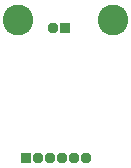
<source format=gbr>
G04 #@! TF.GenerationSoftware,KiCad,Pcbnew,(5.1.6)-1*
G04 #@! TF.CreationDate,2020-12-13T22:38:15+01:00*
G04 #@! TF.ProjectId,RS485,52533438-352e-46b6-9963-61645f706362,rev?*
G04 #@! TF.SameCoordinates,Original*
G04 #@! TF.FileFunction,Soldermask,Bot*
G04 #@! TF.FilePolarity,Negative*
%FSLAX46Y46*%
G04 Gerber Fmt 4.6, Leading zero omitted, Abs format (unit mm)*
G04 Created by KiCad (PCBNEW (5.1.6)-1) date 2020-12-13 22:38:15*
%MOMM*%
%LPD*%
G01*
G04 APERTURE LIST*
%ADD10C,2.600000*%
%ADD11O,0.950000X0.950000*%
%ADD12R,0.950000X0.950000*%
G04 APERTURE END LIST*
D10*
X150000000Y-81750000D03*
X158000000Y-81750000D03*
D11*
X155675000Y-93500000D03*
X154675000Y-93500000D03*
X153675000Y-93500000D03*
X152675000Y-93500000D03*
X151675000Y-93500000D03*
D12*
X150675000Y-93500000D03*
D11*
X152950000Y-82500000D03*
D12*
X153950000Y-82500000D03*
M02*

</source>
